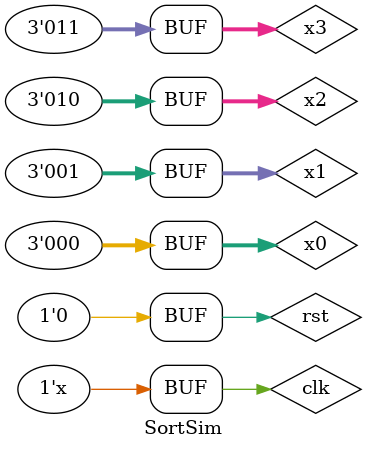
<source format=v>
module SortSim();
  reg clk = 1, rst = 1;
  reg [2:0] x0, x1, x2, x3;
  wire [2:0] s0, s1, s2, s3;
  wire done;

  always #10 clk = ~clk;

  Sort#(.N(3)) sort(
    .clk(clk), .rst(rst), .done(done),
    .x0(x0), .x1(x1), .x2(x2), .x3(x3),
    .s0(s0), .s1(s1), .s2(s2), .s3(s3)
  );

  initial begin
    rst = 1;
    #20
    x0 = -1; x1 = -2; x2 = 3; x3 = 2;
    rst = 0;
    #2000;
    rst = 1;
    #20
    x0 = 0; x1 = 1; x2 = 2; x3 = 3;
    rst = 0;
    #2000;
  end
endmodule

</source>
